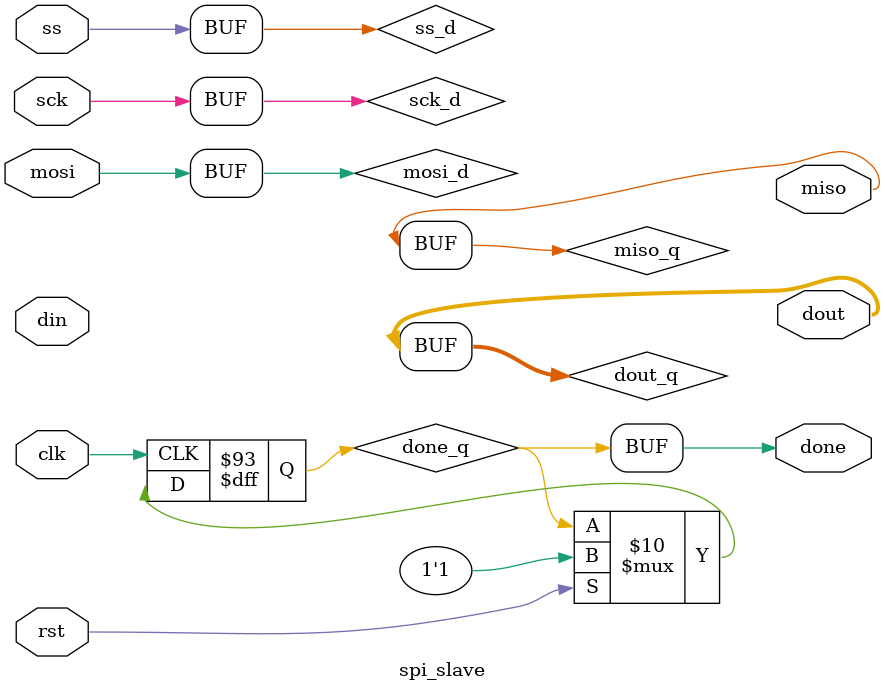
<source format=v>
`timescale 1ns / 1ps
module spi_slave(
    input clk,
    input rst,
    input ss,
    input mosi,
    output miso,
    input sck,
    output done,
    input [7:0] din,
    output [7:0] dout
    );
 
	reg mosi_d, mosi_q;
	reg ss_d, ss_q;
	reg sck_d, sck_q;
	reg sck_old_d, sck_old_q;
	reg [7:0] data_d, data_q;
	reg done_d, done_q;
	reg [2:0] bit_ct_d, bit_ct_q;
	reg [7:0] dout_d, dout_q;
	reg miso_d, miso_q;
	 
	assign miso = miso_q;
	assign done = done_q;
	assign dout = dout_q;
	 
	always @(*) begin
		 ss_d = ss;
		 mosi_d = mosi;
		 miso_d = miso_q;
		 sck_d = sck;
		 sck_old_d = sck_q;
		 data_d = data_q;
		 done_d = 1'b0;
		 bit_ct_d = bit_ct_q;
		 dout_d = dout_q;
	 
		 if (ss_q) begin
			  bit_ct_d = 3'b0;
			  data_d = din;
			  miso_d = data_q[7];
		 end else begin
			  if (!sck_old_q && sck_q) begin // rising edge
					data_d = {data_q[6:0], mosi_q};
					bit_ct_d = bit_ct_q + 1'b1;
					if (bit_ct_q == 3'b111) begin
						 dout_d = {data_q[6:0], mosi_q};
						 done_d = 1'b1;
						 data_d = din;
					end
			  end else if (sck_old_q && !sck_q) begin // falling edge
					miso_d = data_q[7];
			  end
		 end
	end
	 
	always @(posedge clk) begin
		 if (rst) begin
			  done_q=1;
		 end
	end
endmodule 
</source>
